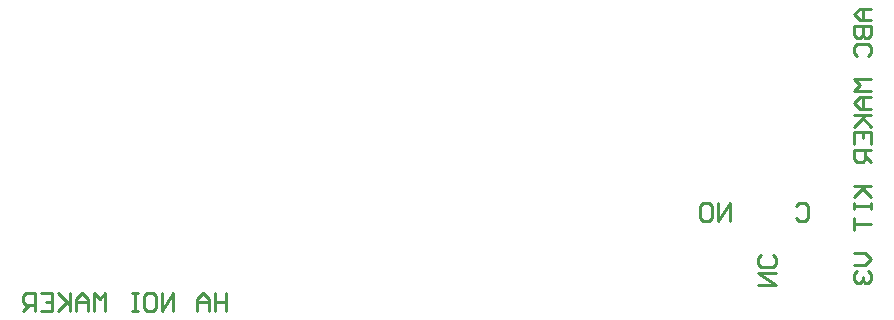
<source format=gbo>
G04 Layer_Color=32896*
%FSTAX24Y24*%
%MOIN*%
G70*
G01*
G75*
%ADD24C,0.0100*%
D24*
X067874Y025689D02*
X067973Y025787D01*
X068169D01*
X068268Y025689D01*
Y025295D01*
X068169Y025197D01*
X067973D01*
X067874Y025295D01*
X066614Y023071D02*
X067205D01*
X066614Y023464D01*
X067205D01*
X067106Y024055D02*
X067205Y023956D01*
Y02376D01*
X067106Y023661D01*
X066713D01*
X066614Y02376D01*
Y023956D01*
X066713Y024055D01*
X065669Y025197D02*
Y025787D01*
X065276Y025197D01*
Y025787D01*
X064784D02*
X064981D01*
X065079Y025689D01*
Y025295D01*
X064981Y025197D01*
X064784D01*
X064685Y025295D01*
Y025689D01*
X064784Y025787D01*
X070394Y032283D02*
X07D01*
X069803Y032087D01*
X07Y03189D01*
X070394D01*
X070099D01*
Y032283D01*
X069803Y031693D02*
X070394D01*
Y031398D01*
X070295Y0313D01*
X070197D01*
X070099Y031398D01*
Y031693D01*
Y031398D01*
X07Y0313D01*
X069902D01*
X069803Y031398D01*
Y031693D01*
X069902Y030709D02*
X069803Y030808D01*
Y031004D01*
X069902Y031103D01*
X070295D01*
X070394Y031004D01*
Y030808D01*
X070295Y030709D01*
X070394Y029922D02*
X069803D01*
X07Y029725D01*
X069803Y029528D01*
X070394D01*
Y029332D02*
X07D01*
X069803Y029135D01*
X07Y028938D01*
X070394D01*
X070099D01*
Y029332D01*
X069803Y028741D02*
X070394D01*
X070197D01*
X069803Y028348D01*
X070099Y028643D01*
X070394Y028348D01*
X069803Y027757D02*
Y028151D01*
X070394D01*
Y027757D01*
X070099Y028151D02*
Y027954D01*
X070394Y027561D02*
X069803D01*
Y027265D01*
X069902Y027167D01*
X070099D01*
X070197Y027265D01*
Y027561D01*
Y027364D02*
X070394Y027167D01*
X069803Y02638D02*
X070394D01*
X070197D01*
X069803Y025986D01*
X070099Y026281D01*
X070394Y025986D01*
X069803Y025789D02*
Y025593D01*
Y025691D01*
X070394D01*
Y025789D01*
Y025593D01*
X069803Y025298D02*
Y024904D01*
Y025101D01*
X070394D01*
X069803Y024117D02*
X070197D01*
X070394Y02392D01*
X070197Y023723D01*
X069803D01*
X069902Y023526D02*
X069803Y023428D01*
Y023231D01*
X069902Y023133D01*
X07D01*
X070099Y023231D01*
Y02333D01*
Y023231D01*
X070197Y023133D01*
X070295D01*
X070394Y023231D01*
Y023428D01*
X070295Y023526D01*
X048898Y022795D02*
Y022205D01*
Y0225D01*
X048504D01*
Y022795D01*
Y022205D01*
X048307D02*
Y022598D01*
X04811Y022795D01*
X047914Y022598D01*
Y022205D01*
Y0225D01*
X048307D01*
X047127Y022205D02*
Y022795D01*
X046733Y022205D01*
Y022795D01*
X046241D02*
X046438D01*
X046536Y022697D01*
Y022303D01*
X046438Y022205D01*
X046241D01*
X046143Y022303D01*
Y022697D01*
X046241Y022795D01*
X045946D02*
X045749D01*
X045847D01*
Y022205D01*
X045946D01*
X045749D01*
X044864D02*
Y022795D01*
X044667Y022598D01*
X04447Y022795D01*
Y022205D01*
X044273D02*
Y022598D01*
X044076Y022795D01*
X04388Y022598D01*
Y022205D01*
Y0225D01*
X044273D01*
X043683Y022795D02*
Y022205D01*
Y022402D01*
X043289Y022795D01*
X043584Y0225D01*
X043289Y022205D01*
X042699Y022795D02*
X043092D01*
Y022205D01*
X042699D01*
X043092Y0225D02*
X042896D01*
X042502Y022205D02*
Y022795D01*
X042207D01*
X042108Y022697D01*
Y0225D01*
X042207Y022402D01*
X042502D01*
X042305D02*
X042108Y022205D01*
M02*

</source>
